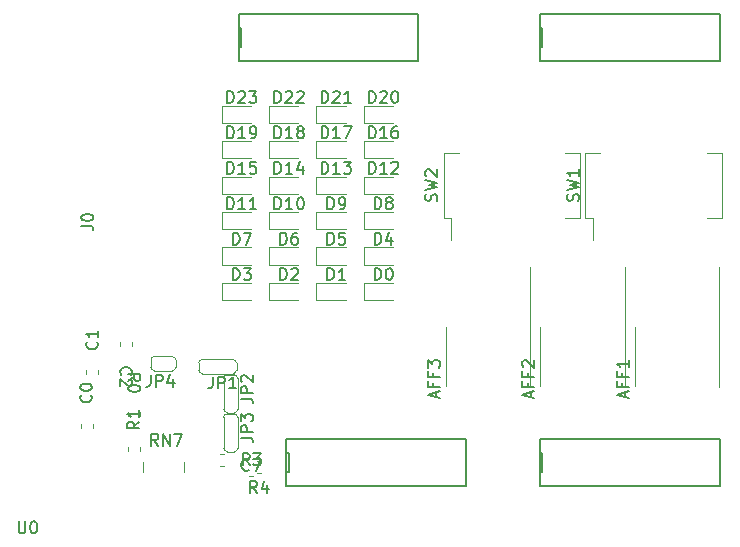
<source format=gbr>
G04 #@! TF.GenerationSoftware,KiCad,Pcbnew,(5.99.0-1662-g9db296991)*
G04 #@! TF.CreationDate,2020-05-15T17:50:03+05:30*
G04 #@! TF.ProjectId,Alchitry_IO_Shield,416c6368-6974-4727-995f-494f5f536869,rev?*
G04 #@! TF.SameCoordinates,Original*
G04 #@! TF.FileFunction,Legend,Top*
G04 #@! TF.FilePolarity,Positive*
%FSLAX46Y46*%
G04 Gerber Fmt 4.6, Leading zero omitted, Abs format (unit mm)*
G04 Created by KiCad (PCBNEW (5.99.0-1662-g9db296991)) date 2020-05-15 17:50:03*
%MOMM*%
%LPD*%
G01*
G04 APERTURE LIST*
%ADD10C,0.150000*%
%ADD11C,0.120000*%
%ADD12C,0.127000*%
G04 APERTURE END LIST*
D10*
X23416666Y-45052380D02*
X23416666Y-45766666D01*
X23369047Y-45909523D01*
X23273809Y-46004761D01*
X23130952Y-46052380D01*
X23035714Y-46052380D01*
X23892857Y-46052380D02*
X23892857Y-45052380D01*
X24273809Y-45052380D01*
X24369047Y-45100000D01*
X24416666Y-45147619D01*
X24464285Y-45242857D01*
X24464285Y-45385714D01*
X24416666Y-45480952D01*
X24369047Y-45528571D01*
X24273809Y-45576190D01*
X23892857Y-45576190D01*
X25321428Y-45385714D02*
X25321428Y-46052380D01*
X25083333Y-45004761D02*
X24845238Y-45719047D01*
X25464285Y-45719047D01*
X31052380Y-50383333D02*
X31766666Y-50383333D01*
X31909523Y-50430952D01*
X32004761Y-50526190D01*
X32052380Y-50669047D01*
X32052380Y-50764285D01*
X32052380Y-49907142D02*
X31052380Y-49907142D01*
X31052380Y-49526190D01*
X31100000Y-49430952D01*
X31147619Y-49383333D01*
X31242857Y-49335714D01*
X31385714Y-49335714D01*
X31480952Y-49383333D01*
X31528571Y-49430952D01*
X31576190Y-49526190D01*
X31576190Y-49907142D01*
X31052380Y-49002380D02*
X31052380Y-48383333D01*
X31433333Y-48716666D01*
X31433333Y-48573809D01*
X31480952Y-48478571D01*
X31528571Y-48430952D01*
X31623809Y-48383333D01*
X31861904Y-48383333D01*
X31957142Y-48430952D01*
X32004761Y-48478571D01*
X32052380Y-48573809D01*
X32052380Y-48859523D01*
X32004761Y-48954761D01*
X31957142Y-49002380D01*
X31052380Y-47083333D02*
X31766666Y-47083333D01*
X31909523Y-47130952D01*
X32004761Y-47226190D01*
X32052380Y-47369047D01*
X32052380Y-47464285D01*
X32052380Y-46607142D02*
X31052380Y-46607142D01*
X31052380Y-46226190D01*
X31100000Y-46130952D01*
X31147619Y-46083333D01*
X31242857Y-46035714D01*
X31385714Y-46035714D01*
X31480952Y-46083333D01*
X31528571Y-46130952D01*
X31576190Y-46226190D01*
X31576190Y-46607142D01*
X31147619Y-45654761D02*
X31100000Y-45607142D01*
X31052380Y-45511904D01*
X31052380Y-45273809D01*
X31100000Y-45178571D01*
X31147619Y-45130952D01*
X31242857Y-45083333D01*
X31338095Y-45083333D01*
X31480952Y-45130952D01*
X32052380Y-45702380D01*
X32052380Y-45083333D01*
X28666666Y-45202380D02*
X28666666Y-45916666D01*
X28619047Y-46059523D01*
X28523809Y-46154761D01*
X28380952Y-46202380D01*
X28285714Y-46202380D01*
X29142857Y-46202380D02*
X29142857Y-45202380D01*
X29523809Y-45202380D01*
X29619047Y-45250000D01*
X29666666Y-45297619D01*
X29714285Y-45392857D01*
X29714285Y-45535714D01*
X29666666Y-45630952D01*
X29619047Y-45678571D01*
X29523809Y-45726190D01*
X29142857Y-45726190D01*
X30666666Y-46202380D02*
X30095238Y-46202380D01*
X30380952Y-46202380D02*
X30380952Y-45202380D01*
X30285714Y-45345238D01*
X30190476Y-45440476D01*
X30095238Y-45488095D01*
X17552380Y-32433333D02*
X18266666Y-32433333D01*
X18409523Y-32480952D01*
X18504761Y-32576190D01*
X18552380Y-32719047D01*
X18552380Y-32814285D01*
X17552380Y-31766666D02*
X17552380Y-31671428D01*
X17600000Y-31576190D01*
X17647619Y-31528571D01*
X17742857Y-31480952D01*
X17933333Y-31433333D01*
X18171428Y-31433333D01*
X18361904Y-31480952D01*
X18457142Y-31528571D01*
X18504761Y-31576190D01*
X18552380Y-31671428D01*
X18552380Y-31766666D01*
X18504761Y-31861904D01*
X18457142Y-31909523D01*
X18361904Y-31957142D01*
X18171428Y-32004761D01*
X17933333Y-32004761D01*
X17742857Y-31957142D01*
X17647619Y-31909523D01*
X17600000Y-31861904D01*
X17552380Y-31766666D01*
X47629761Y-30333333D02*
X47677380Y-30190476D01*
X47677380Y-29952380D01*
X47629761Y-29857142D01*
X47582142Y-29809523D01*
X47486904Y-29761904D01*
X47391666Y-29761904D01*
X47296428Y-29809523D01*
X47248809Y-29857142D01*
X47201190Y-29952380D01*
X47153571Y-30142857D01*
X47105952Y-30238095D01*
X47058333Y-30285714D01*
X46963095Y-30333333D01*
X46867857Y-30333333D01*
X46772619Y-30285714D01*
X46725000Y-30238095D01*
X46677380Y-30142857D01*
X46677380Y-29904761D01*
X46725000Y-29761904D01*
X46677380Y-29428571D02*
X47677380Y-29190476D01*
X46963095Y-29000000D01*
X47677380Y-28809523D01*
X46677380Y-28571428D01*
X46772619Y-28238095D02*
X46725000Y-28190476D01*
X46677380Y-28095238D01*
X46677380Y-27857142D01*
X46725000Y-27761904D01*
X46772619Y-27714285D01*
X46867857Y-27666666D01*
X46963095Y-27666666D01*
X47105952Y-27714285D01*
X47677380Y-28285714D01*
X47677380Y-27666666D01*
X47606666Y-46961428D02*
X47606666Y-46485238D01*
X47892380Y-47056666D02*
X46892380Y-46723333D01*
X47892380Y-46390000D01*
X47368571Y-45723333D02*
X47368571Y-46056666D01*
X47892380Y-46056666D02*
X46892380Y-46056666D01*
X46892380Y-45580476D01*
X47368571Y-44866190D02*
X47368571Y-45199523D01*
X47892380Y-45199523D02*
X46892380Y-45199523D01*
X46892380Y-44723333D01*
X46892380Y-44437619D02*
X46892380Y-43818571D01*
X47273333Y-44151904D01*
X47273333Y-44009047D01*
X47320952Y-43913809D01*
X47368571Y-43866190D01*
X47463809Y-43818571D01*
X47701904Y-43818571D01*
X47797142Y-43866190D01*
X47844761Y-43913809D01*
X47892380Y-44009047D01*
X47892380Y-44294761D01*
X47844761Y-44390000D01*
X47797142Y-44437619D01*
X55606666Y-46961428D02*
X55606666Y-46485238D01*
X55892380Y-47056666D02*
X54892380Y-46723333D01*
X55892380Y-46390000D01*
X55368571Y-45723333D02*
X55368571Y-46056666D01*
X55892380Y-46056666D02*
X54892380Y-46056666D01*
X54892380Y-45580476D01*
X55368571Y-44866190D02*
X55368571Y-45199523D01*
X55892380Y-45199523D02*
X54892380Y-45199523D01*
X54892380Y-44723333D01*
X54987619Y-44390000D02*
X54940000Y-44342380D01*
X54892380Y-44247142D01*
X54892380Y-44009047D01*
X54940000Y-43913809D01*
X54987619Y-43866190D01*
X55082857Y-43818571D01*
X55178095Y-43818571D01*
X55320952Y-43866190D01*
X55892380Y-44437619D01*
X55892380Y-43818571D01*
X63606666Y-46961428D02*
X63606666Y-46485238D01*
X63892380Y-47056666D02*
X62892380Y-46723333D01*
X63892380Y-46390000D01*
X63368571Y-45723333D02*
X63368571Y-46056666D01*
X63892380Y-46056666D02*
X62892380Y-46056666D01*
X62892380Y-45580476D01*
X63368571Y-44866190D02*
X63368571Y-45199523D01*
X63892380Y-45199523D02*
X62892380Y-45199523D01*
X62892380Y-44723333D01*
X63892380Y-43818571D02*
X63892380Y-44390000D01*
X63892380Y-44104285D02*
X62892380Y-44104285D01*
X63035238Y-44199523D01*
X63130476Y-44294761D01*
X63178095Y-44390000D01*
X29910714Y-22022380D02*
X29910714Y-21022380D01*
X30148809Y-21022380D01*
X30291666Y-21070000D01*
X30386904Y-21165238D01*
X30434523Y-21260476D01*
X30482142Y-21450952D01*
X30482142Y-21593809D01*
X30434523Y-21784285D01*
X30386904Y-21879523D01*
X30291666Y-21974761D01*
X30148809Y-22022380D01*
X29910714Y-22022380D01*
X30863095Y-21117619D02*
X30910714Y-21070000D01*
X31005952Y-21022380D01*
X31244047Y-21022380D01*
X31339285Y-21070000D01*
X31386904Y-21117619D01*
X31434523Y-21212857D01*
X31434523Y-21308095D01*
X31386904Y-21450952D01*
X30815476Y-22022380D01*
X31434523Y-22022380D01*
X31767857Y-21022380D02*
X32386904Y-21022380D01*
X32053571Y-21403333D01*
X32196428Y-21403333D01*
X32291666Y-21450952D01*
X32339285Y-21498571D01*
X32386904Y-21593809D01*
X32386904Y-21831904D01*
X32339285Y-21927142D01*
X32291666Y-21974761D01*
X32196428Y-22022380D01*
X31910714Y-22022380D01*
X31815476Y-21974761D01*
X31767857Y-21927142D01*
X33910714Y-22022380D02*
X33910714Y-21022380D01*
X34148809Y-21022380D01*
X34291666Y-21070000D01*
X34386904Y-21165238D01*
X34434523Y-21260476D01*
X34482142Y-21450952D01*
X34482142Y-21593809D01*
X34434523Y-21784285D01*
X34386904Y-21879523D01*
X34291666Y-21974761D01*
X34148809Y-22022380D01*
X33910714Y-22022380D01*
X34863095Y-21117619D02*
X34910714Y-21070000D01*
X35005952Y-21022380D01*
X35244047Y-21022380D01*
X35339285Y-21070000D01*
X35386904Y-21117619D01*
X35434523Y-21212857D01*
X35434523Y-21308095D01*
X35386904Y-21450952D01*
X34815476Y-22022380D01*
X35434523Y-22022380D01*
X35815476Y-21117619D02*
X35863095Y-21070000D01*
X35958333Y-21022380D01*
X36196428Y-21022380D01*
X36291666Y-21070000D01*
X36339285Y-21117619D01*
X36386904Y-21212857D01*
X36386904Y-21308095D01*
X36339285Y-21450952D01*
X35767857Y-22022380D01*
X36386904Y-22022380D01*
X37910714Y-22022380D02*
X37910714Y-21022380D01*
X38148809Y-21022380D01*
X38291666Y-21070000D01*
X38386904Y-21165238D01*
X38434523Y-21260476D01*
X38482142Y-21450952D01*
X38482142Y-21593809D01*
X38434523Y-21784285D01*
X38386904Y-21879523D01*
X38291666Y-21974761D01*
X38148809Y-22022380D01*
X37910714Y-22022380D01*
X38863095Y-21117619D02*
X38910714Y-21070000D01*
X39005952Y-21022380D01*
X39244047Y-21022380D01*
X39339285Y-21070000D01*
X39386904Y-21117619D01*
X39434523Y-21212857D01*
X39434523Y-21308095D01*
X39386904Y-21450952D01*
X38815476Y-22022380D01*
X39434523Y-22022380D01*
X40386904Y-22022380D02*
X39815476Y-22022380D01*
X40101190Y-22022380D02*
X40101190Y-21022380D01*
X40005952Y-21165238D01*
X39910714Y-21260476D01*
X39815476Y-21308095D01*
X41910714Y-22022380D02*
X41910714Y-21022380D01*
X42148809Y-21022380D01*
X42291666Y-21070000D01*
X42386904Y-21165238D01*
X42434523Y-21260476D01*
X42482142Y-21450952D01*
X42482142Y-21593809D01*
X42434523Y-21784285D01*
X42386904Y-21879523D01*
X42291666Y-21974761D01*
X42148809Y-22022380D01*
X41910714Y-22022380D01*
X42863095Y-21117619D02*
X42910714Y-21070000D01*
X43005952Y-21022380D01*
X43244047Y-21022380D01*
X43339285Y-21070000D01*
X43386904Y-21117619D01*
X43434523Y-21212857D01*
X43434523Y-21308095D01*
X43386904Y-21450952D01*
X42815476Y-22022380D01*
X43434523Y-22022380D01*
X44053571Y-21022380D02*
X44148809Y-21022380D01*
X44244047Y-21070000D01*
X44291666Y-21117619D01*
X44339285Y-21212857D01*
X44386904Y-21403333D01*
X44386904Y-21641428D01*
X44339285Y-21831904D01*
X44291666Y-21927142D01*
X44244047Y-21974761D01*
X44148809Y-22022380D01*
X44053571Y-22022380D01*
X43958333Y-21974761D01*
X43910714Y-21927142D01*
X43863095Y-21831904D01*
X43815476Y-21641428D01*
X43815476Y-21403333D01*
X43863095Y-21212857D01*
X43910714Y-21117619D01*
X43958333Y-21070000D01*
X44053571Y-21022380D01*
X29910714Y-25022380D02*
X29910714Y-24022380D01*
X30148809Y-24022380D01*
X30291666Y-24070000D01*
X30386904Y-24165238D01*
X30434523Y-24260476D01*
X30482142Y-24450952D01*
X30482142Y-24593809D01*
X30434523Y-24784285D01*
X30386904Y-24879523D01*
X30291666Y-24974761D01*
X30148809Y-25022380D01*
X29910714Y-25022380D01*
X31434523Y-25022380D02*
X30863095Y-25022380D01*
X31148809Y-25022380D02*
X31148809Y-24022380D01*
X31053571Y-24165238D01*
X30958333Y-24260476D01*
X30863095Y-24308095D01*
X31910714Y-25022380D02*
X32101190Y-25022380D01*
X32196428Y-24974761D01*
X32244047Y-24927142D01*
X32339285Y-24784285D01*
X32386904Y-24593809D01*
X32386904Y-24212857D01*
X32339285Y-24117619D01*
X32291666Y-24070000D01*
X32196428Y-24022380D01*
X32005952Y-24022380D01*
X31910714Y-24070000D01*
X31863095Y-24117619D01*
X31815476Y-24212857D01*
X31815476Y-24450952D01*
X31863095Y-24546190D01*
X31910714Y-24593809D01*
X32005952Y-24641428D01*
X32196428Y-24641428D01*
X32291666Y-24593809D01*
X32339285Y-24546190D01*
X32386904Y-24450952D01*
X33910714Y-25022380D02*
X33910714Y-24022380D01*
X34148809Y-24022380D01*
X34291666Y-24070000D01*
X34386904Y-24165238D01*
X34434523Y-24260476D01*
X34482142Y-24450952D01*
X34482142Y-24593809D01*
X34434523Y-24784285D01*
X34386904Y-24879523D01*
X34291666Y-24974761D01*
X34148809Y-25022380D01*
X33910714Y-25022380D01*
X35434523Y-25022380D02*
X34863095Y-25022380D01*
X35148809Y-25022380D02*
X35148809Y-24022380D01*
X35053571Y-24165238D01*
X34958333Y-24260476D01*
X34863095Y-24308095D01*
X36005952Y-24450952D02*
X35910714Y-24403333D01*
X35863095Y-24355714D01*
X35815476Y-24260476D01*
X35815476Y-24212857D01*
X35863095Y-24117619D01*
X35910714Y-24070000D01*
X36005952Y-24022380D01*
X36196428Y-24022380D01*
X36291666Y-24070000D01*
X36339285Y-24117619D01*
X36386904Y-24212857D01*
X36386904Y-24260476D01*
X36339285Y-24355714D01*
X36291666Y-24403333D01*
X36196428Y-24450952D01*
X36005952Y-24450952D01*
X35910714Y-24498571D01*
X35863095Y-24546190D01*
X35815476Y-24641428D01*
X35815476Y-24831904D01*
X35863095Y-24927142D01*
X35910714Y-24974761D01*
X36005952Y-25022380D01*
X36196428Y-25022380D01*
X36291666Y-24974761D01*
X36339285Y-24927142D01*
X36386904Y-24831904D01*
X36386904Y-24641428D01*
X36339285Y-24546190D01*
X36291666Y-24498571D01*
X36196428Y-24450952D01*
X37910714Y-25022380D02*
X37910714Y-24022380D01*
X38148809Y-24022380D01*
X38291666Y-24070000D01*
X38386904Y-24165238D01*
X38434523Y-24260476D01*
X38482142Y-24450952D01*
X38482142Y-24593809D01*
X38434523Y-24784285D01*
X38386904Y-24879523D01*
X38291666Y-24974761D01*
X38148809Y-25022380D01*
X37910714Y-25022380D01*
X39434523Y-25022380D02*
X38863095Y-25022380D01*
X39148809Y-25022380D02*
X39148809Y-24022380D01*
X39053571Y-24165238D01*
X38958333Y-24260476D01*
X38863095Y-24308095D01*
X39767857Y-24022380D02*
X40434523Y-24022380D01*
X40005952Y-25022380D01*
X41910714Y-25022380D02*
X41910714Y-24022380D01*
X42148809Y-24022380D01*
X42291666Y-24070000D01*
X42386904Y-24165238D01*
X42434523Y-24260476D01*
X42482142Y-24450952D01*
X42482142Y-24593809D01*
X42434523Y-24784285D01*
X42386904Y-24879523D01*
X42291666Y-24974761D01*
X42148809Y-25022380D01*
X41910714Y-25022380D01*
X43434523Y-25022380D02*
X42863095Y-25022380D01*
X43148809Y-25022380D02*
X43148809Y-24022380D01*
X43053571Y-24165238D01*
X42958333Y-24260476D01*
X42863095Y-24308095D01*
X44291666Y-24022380D02*
X44101190Y-24022380D01*
X44005952Y-24070000D01*
X43958333Y-24117619D01*
X43863095Y-24260476D01*
X43815476Y-24450952D01*
X43815476Y-24831904D01*
X43863095Y-24927142D01*
X43910714Y-24974761D01*
X44005952Y-25022380D01*
X44196428Y-25022380D01*
X44291666Y-24974761D01*
X44339285Y-24927142D01*
X44386904Y-24831904D01*
X44386904Y-24593809D01*
X44339285Y-24498571D01*
X44291666Y-24450952D01*
X44196428Y-24403333D01*
X44005952Y-24403333D01*
X43910714Y-24450952D01*
X43863095Y-24498571D01*
X43815476Y-24593809D01*
X29910714Y-28022380D02*
X29910714Y-27022380D01*
X30148809Y-27022380D01*
X30291666Y-27070000D01*
X30386904Y-27165238D01*
X30434523Y-27260476D01*
X30482142Y-27450952D01*
X30482142Y-27593809D01*
X30434523Y-27784285D01*
X30386904Y-27879523D01*
X30291666Y-27974761D01*
X30148809Y-28022380D01*
X29910714Y-28022380D01*
X31434523Y-28022380D02*
X30863095Y-28022380D01*
X31148809Y-28022380D02*
X31148809Y-27022380D01*
X31053571Y-27165238D01*
X30958333Y-27260476D01*
X30863095Y-27308095D01*
X32339285Y-27022380D02*
X31863095Y-27022380D01*
X31815476Y-27498571D01*
X31863095Y-27450952D01*
X31958333Y-27403333D01*
X32196428Y-27403333D01*
X32291666Y-27450952D01*
X32339285Y-27498571D01*
X32386904Y-27593809D01*
X32386904Y-27831904D01*
X32339285Y-27927142D01*
X32291666Y-27974761D01*
X32196428Y-28022380D01*
X31958333Y-28022380D01*
X31863095Y-27974761D01*
X31815476Y-27927142D01*
X33910714Y-28022380D02*
X33910714Y-27022380D01*
X34148809Y-27022380D01*
X34291666Y-27070000D01*
X34386904Y-27165238D01*
X34434523Y-27260476D01*
X34482142Y-27450952D01*
X34482142Y-27593809D01*
X34434523Y-27784285D01*
X34386904Y-27879523D01*
X34291666Y-27974761D01*
X34148809Y-28022380D01*
X33910714Y-28022380D01*
X35434523Y-28022380D02*
X34863095Y-28022380D01*
X35148809Y-28022380D02*
X35148809Y-27022380D01*
X35053571Y-27165238D01*
X34958333Y-27260476D01*
X34863095Y-27308095D01*
X36291666Y-27355714D02*
X36291666Y-28022380D01*
X36053571Y-26974761D02*
X35815476Y-27689047D01*
X36434523Y-27689047D01*
X37910714Y-28022380D02*
X37910714Y-27022380D01*
X38148809Y-27022380D01*
X38291666Y-27070000D01*
X38386904Y-27165238D01*
X38434523Y-27260476D01*
X38482142Y-27450952D01*
X38482142Y-27593809D01*
X38434523Y-27784285D01*
X38386904Y-27879523D01*
X38291666Y-27974761D01*
X38148809Y-28022380D01*
X37910714Y-28022380D01*
X39434523Y-28022380D02*
X38863095Y-28022380D01*
X39148809Y-28022380D02*
X39148809Y-27022380D01*
X39053571Y-27165238D01*
X38958333Y-27260476D01*
X38863095Y-27308095D01*
X39767857Y-27022380D02*
X40386904Y-27022380D01*
X40053571Y-27403333D01*
X40196428Y-27403333D01*
X40291666Y-27450952D01*
X40339285Y-27498571D01*
X40386904Y-27593809D01*
X40386904Y-27831904D01*
X40339285Y-27927142D01*
X40291666Y-27974761D01*
X40196428Y-28022380D01*
X39910714Y-28022380D01*
X39815476Y-27974761D01*
X39767857Y-27927142D01*
X41910714Y-28022380D02*
X41910714Y-27022380D01*
X42148809Y-27022380D01*
X42291666Y-27070000D01*
X42386904Y-27165238D01*
X42434523Y-27260476D01*
X42482142Y-27450952D01*
X42482142Y-27593809D01*
X42434523Y-27784285D01*
X42386904Y-27879523D01*
X42291666Y-27974761D01*
X42148809Y-28022380D01*
X41910714Y-28022380D01*
X43434523Y-28022380D02*
X42863095Y-28022380D01*
X43148809Y-28022380D02*
X43148809Y-27022380D01*
X43053571Y-27165238D01*
X42958333Y-27260476D01*
X42863095Y-27308095D01*
X43815476Y-27117619D02*
X43863095Y-27070000D01*
X43958333Y-27022380D01*
X44196428Y-27022380D01*
X44291666Y-27070000D01*
X44339285Y-27117619D01*
X44386904Y-27212857D01*
X44386904Y-27308095D01*
X44339285Y-27450952D01*
X43767857Y-28022380D01*
X44386904Y-28022380D01*
X29910714Y-31022380D02*
X29910714Y-30022380D01*
X30148809Y-30022380D01*
X30291666Y-30070000D01*
X30386904Y-30165238D01*
X30434523Y-30260476D01*
X30482142Y-30450952D01*
X30482142Y-30593809D01*
X30434523Y-30784285D01*
X30386904Y-30879523D01*
X30291666Y-30974761D01*
X30148809Y-31022380D01*
X29910714Y-31022380D01*
X31434523Y-31022380D02*
X30863095Y-31022380D01*
X31148809Y-31022380D02*
X31148809Y-30022380D01*
X31053571Y-30165238D01*
X30958333Y-30260476D01*
X30863095Y-30308095D01*
X32386904Y-31022380D02*
X31815476Y-31022380D01*
X32101190Y-31022380D02*
X32101190Y-30022380D01*
X32005952Y-30165238D01*
X31910714Y-30260476D01*
X31815476Y-30308095D01*
X33910714Y-31022380D02*
X33910714Y-30022380D01*
X34148809Y-30022380D01*
X34291666Y-30070000D01*
X34386904Y-30165238D01*
X34434523Y-30260476D01*
X34482142Y-30450952D01*
X34482142Y-30593809D01*
X34434523Y-30784285D01*
X34386904Y-30879523D01*
X34291666Y-30974761D01*
X34148809Y-31022380D01*
X33910714Y-31022380D01*
X35434523Y-31022380D02*
X34863095Y-31022380D01*
X35148809Y-31022380D02*
X35148809Y-30022380D01*
X35053571Y-30165238D01*
X34958333Y-30260476D01*
X34863095Y-30308095D01*
X36053571Y-30022380D02*
X36148809Y-30022380D01*
X36244047Y-30070000D01*
X36291666Y-30117619D01*
X36339285Y-30212857D01*
X36386904Y-30403333D01*
X36386904Y-30641428D01*
X36339285Y-30831904D01*
X36291666Y-30927142D01*
X36244047Y-30974761D01*
X36148809Y-31022380D01*
X36053571Y-31022380D01*
X35958333Y-30974761D01*
X35910714Y-30927142D01*
X35863095Y-30831904D01*
X35815476Y-30641428D01*
X35815476Y-30403333D01*
X35863095Y-30212857D01*
X35910714Y-30117619D01*
X35958333Y-30070000D01*
X36053571Y-30022380D01*
X38386904Y-31022380D02*
X38386904Y-30022380D01*
X38625000Y-30022380D01*
X38767857Y-30070000D01*
X38863095Y-30165238D01*
X38910714Y-30260476D01*
X38958333Y-30450952D01*
X38958333Y-30593809D01*
X38910714Y-30784285D01*
X38863095Y-30879523D01*
X38767857Y-30974761D01*
X38625000Y-31022380D01*
X38386904Y-31022380D01*
X39434523Y-31022380D02*
X39625000Y-31022380D01*
X39720238Y-30974761D01*
X39767857Y-30927142D01*
X39863095Y-30784285D01*
X39910714Y-30593809D01*
X39910714Y-30212857D01*
X39863095Y-30117619D01*
X39815476Y-30070000D01*
X39720238Y-30022380D01*
X39529761Y-30022380D01*
X39434523Y-30070000D01*
X39386904Y-30117619D01*
X39339285Y-30212857D01*
X39339285Y-30450952D01*
X39386904Y-30546190D01*
X39434523Y-30593809D01*
X39529761Y-30641428D01*
X39720238Y-30641428D01*
X39815476Y-30593809D01*
X39863095Y-30546190D01*
X39910714Y-30450952D01*
X42386904Y-31022380D02*
X42386904Y-30022380D01*
X42625000Y-30022380D01*
X42767857Y-30070000D01*
X42863095Y-30165238D01*
X42910714Y-30260476D01*
X42958333Y-30450952D01*
X42958333Y-30593809D01*
X42910714Y-30784285D01*
X42863095Y-30879523D01*
X42767857Y-30974761D01*
X42625000Y-31022380D01*
X42386904Y-31022380D01*
X43529761Y-30450952D02*
X43434523Y-30403333D01*
X43386904Y-30355714D01*
X43339285Y-30260476D01*
X43339285Y-30212857D01*
X43386904Y-30117619D01*
X43434523Y-30070000D01*
X43529761Y-30022380D01*
X43720238Y-30022380D01*
X43815476Y-30070000D01*
X43863095Y-30117619D01*
X43910714Y-30212857D01*
X43910714Y-30260476D01*
X43863095Y-30355714D01*
X43815476Y-30403333D01*
X43720238Y-30450952D01*
X43529761Y-30450952D01*
X43434523Y-30498571D01*
X43386904Y-30546190D01*
X43339285Y-30641428D01*
X43339285Y-30831904D01*
X43386904Y-30927142D01*
X43434523Y-30974761D01*
X43529761Y-31022380D01*
X43720238Y-31022380D01*
X43815476Y-30974761D01*
X43863095Y-30927142D01*
X43910714Y-30831904D01*
X43910714Y-30641428D01*
X43863095Y-30546190D01*
X43815476Y-30498571D01*
X43720238Y-30450952D01*
X30386904Y-34022380D02*
X30386904Y-33022380D01*
X30625000Y-33022380D01*
X30767857Y-33070000D01*
X30863095Y-33165238D01*
X30910714Y-33260476D01*
X30958333Y-33450952D01*
X30958333Y-33593809D01*
X30910714Y-33784285D01*
X30863095Y-33879523D01*
X30767857Y-33974761D01*
X30625000Y-34022380D01*
X30386904Y-34022380D01*
X31291666Y-33022380D02*
X31958333Y-33022380D01*
X31529761Y-34022380D01*
X34386904Y-34022380D02*
X34386904Y-33022380D01*
X34625000Y-33022380D01*
X34767857Y-33070000D01*
X34863095Y-33165238D01*
X34910714Y-33260476D01*
X34958333Y-33450952D01*
X34958333Y-33593809D01*
X34910714Y-33784285D01*
X34863095Y-33879523D01*
X34767857Y-33974761D01*
X34625000Y-34022380D01*
X34386904Y-34022380D01*
X35815476Y-33022380D02*
X35625000Y-33022380D01*
X35529761Y-33070000D01*
X35482142Y-33117619D01*
X35386904Y-33260476D01*
X35339285Y-33450952D01*
X35339285Y-33831904D01*
X35386904Y-33927142D01*
X35434523Y-33974761D01*
X35529761Y-34022380D01*
X35720238Y-34022380D01*
X35815476Y-33974761D01*
X35863095Y-33927142D01*
X35910714Y-33831904D01*
X35910714Y-33593809D01*
X35863095Y-33498571D01*
X35815476Y-33450952D01*
X35720238Y-33403333D01*
X35529761Y-33403333D01*
X35434523Y-33450952D01*
X35386904Y-33498571D01*
X35339285Y-33593809D01*
X38386904Y-34022380D02*
X38386904Y-33022380D01*
X38625000Y-33022380D01*
X38767857Y-33070000D01*
X38863095Y-33165238D01*
X38910714Y-33260476D01*
X38958333Y-33450952D01*
X38958333Y-33593809D01*
X38910714Y-33784285D01*
X38863095Y-33879523D01*
X38767857Y-33974761D01*
X38625000Y-34022380D01*
X38386904Y-34022380D01*
X39863095Y-33022380D02*
X39386904Y-33022380D01*
X39339285Y-33498571D01*
X39386904Y-33450952D01*
X39482142Y-33403333D01*
X39720238Y-33403333D01*
X39815476Y-33450952D01*
X39863095Y-33498571D01*
X39910714Y-33593809D01*
X39910714Y-33831904D01*
X39863095Y-33927142D01*
X39815476Y-33974761D01*
X39720238Y-34022380D01*
X39482142Y-34022380D01*
X39386904Y-33974761D01*
X39339285Y-33927142D01*
X42386904Y-34022380D02*
X42386904Y-33022380D01*
X42625000Y-33022380D01*
X42767857Y-33070000D01*
X42863095Y-33165238D01*
X42910714Y-33260476D01*
X42958333Y-33450952D01*
X42958333Y-33593809D01*
X42910714Y-33784285D01*
X42863095Y-33879523D01*
X42767857Y-33974761D01*
X42625000Y-34022380D01*
X42386904Y-34022380D01*
X43815476Y-33355714D02*
X43815476Y-34022380D01*
X43577380Y-32974761D02*
X43339285Y-33689047D01*
X43958333Y-33689047D01*
X30386904Y-37022380D02*
X30386904Y-36022380D01*
X30625000Y-36022380D01*
X30767857Y-36070000D01*
X30863095Y-36165238D01*
X30910714Y-36260476D01*
X30958333Y-36450952D01*
X30958333Y-36593809D01*
X30910714Y-36784285D01*
X30863095Y-36879523D01*
X30767857Y-36974761D01*
X30625000Y-37022380D01*
X30386904Y-37022380D01*
X31291666Y-36022380D02*
X31910714Y-36022380D01*
X31577380Y-36403333D01*
X31720238Y-36403333D01*
X31815476Y-36450952D01*
X31863095Y-36498571D01*
X31910714Y-36593809D01*
X31910714Y-36831904D01*
X31863095Y-36927142D01*
X31815476Y-36974761D01*
X31720238Y-37022380D01*
X31434523Y-37022380D01*
X31339285Y-36974761D01*
X31291666Y-36927142D01*
X34386904Y-37022380D02*
X34386904Y-36022380D01*
X34625000Y-36022380D01*
X34767857Y-36070000D01*
X34863095Y-36165238D01*
X34910714Y-36260476D01*
X34958333Y-36450952D01*
X34958333Y-36593809D01*
X34910714Y-36784285D01*
X34863095Y-36879523D01*
X34767857Y-36974761D01*
X34625000Y-37022380D01*
X34386904Y-37022380D01*
X35339285Y-36117619D02*
X35386904Y-36070000D01*
X35482142Y-36022380D01*
X35720238Y-36022380D01*
X35815476Y-36070000D01*
X35863095Y-36117619D01*
X35910714Y-36212857D01*
X35910714Y-36308095D01*
X35863095Y-36450952D01*
X35291666Y-37022380D01*
X35910714Y-37022380D01*
X38386904Y-37022380D02*
X38386904Y-36022380D01*
X38625000Y-36022380D01*
X38767857Y-36070000D01*
X38863095Y-36165238D01*
X38910714Y-36260476D01*
X38958333Y-36450952D01*
X38958333Y-36593809D01*
X38910714Y-36784285D01*
X38863095Y-36879523D01*
X38767857Y-36974761D01*
X38625000Y-37022380D01*
X38386904Y-37022380D01*
X39910714Y-37022380D02*
X39339285Y-37022380D01*
X39625000Y-37022380D02*
X39625000Y-36022380D01*
X39529761Y-36165238D01*
X39434523Y-36260476D01*
X39339285Y-36308095D01*
X42386904Y-37022380D02*
X42386904Y-36022380D01*
X42625000Y-36022380D01*
X42767857Y-36070000D01*
X42863095Y-36165238D01*
X42910714Y-36260476D01*
X42958333Y-36450952D01*
X42958333Y-36593809D01*
X42910714Y-36784285D01*
X42863095Y-36879523D01*
X42767857Y-36974761D01*
X42625000Y-37022380D01*
X42386904Y-37022380D01*
X43577380Y-36022380D02*
X43672619Y-36022380D01*
X43767857Y-36070000D01*
X43815476Y-36117619D01*
X43863095Y-36212857D01*
X43910714Y-36403333D01*
X43910714Y-36641428D01*
X43863095Y-36831904D01*
X43815476Y-36927142D01*
X43767857Y-36974761D01*
X43672619Y-37022380D01*
X43577380Y-37022380D01*
X43482142Y-36974761D01*
X43434523Y-36927142D01*
X43386904Y-36831904D01*
X43339285Y-36641428D01*
X43339285Y-36403333D01*
X43386904Y-36212857D01*
X43434523Y-36117619D01*
X43482142Y-36070000D01*
X43577380Y-36022380D01*
X12238095Y-57452380D02*
X12238095Y-58261904D01*
X12285714Y-58357142D01*
X12333333Y-58404761D01*
X12428571Y-58452380D01*
X12619047Y-58452380D01*
X12714285Y-58404761D01*
X12761904Y-58357142D01*
X12809523Y-58261904D01*
X12809523Y-57452380D01*
X13476190Y-57452380D02*
X13571428Y-57452380D01*
X13666666Y-57500000D01*
X13714285Y-57547619D01*
X13761904Y-57642857D01*
X13809523Y-57833333D01*
X13809523Y-58071428D01*
X13761904Y-58261904D01*
X13714285Y-58357142D01*
X13666666Y-58404761D01*
X13571428Y-58452380D01*
X13476190Y-58452380D01*
X13380952Y-58404761D01*
X13333333Y-58357142D01*
X13285714Y-58261904D01*
X13238095Y-58071428D01*
X13238095Y-57833333D01*
X13285714Y-57642857D01*
X13333333Y-57547619D01*
X13380952Y-57500000D01*
X13476190Y-57452380D01*
X59629761Y-30333333D02*
X59677380Y-30190476D01*
X59677380Y-29952380D01*
X59629761Y-29857142D01*
X59582142Y-29809523D01*
X59486904Y-29761904D01*
X59391666Y-29761904D01*
X59296428Y-29809523D01*
X59248809Y-29857142D01*
X59201190Y-29952380D01*
X59153571Y-30142857D01*
X59105952Y-30238095D01*
X59058333Y-30285714D01*
X58963095Y-30333333D01*
X58867857Y-30333333D01*
X58772619Y-30285714D01*
X58725000Y-30238095D01*
X58677380Y-30142857D01*
X58677380Y-29904761D01*
X58725000Y-29761904D01*
X58677380Y-29428571D02*
X59677380Y-29190476D01*
X58963095Y-29000000D01*
X59677380Y-28809523D01*
X58677380Y-28571428D01*
X59677380Y-27666666D02*
X59677380Y-28238095D01*
X59677380Y-27952380D02*
X58677380Y-27952380D01*
X58820238Y-28047619D01*
X58915476Y-28142857D01*
X58963095Y-28238095D01*
X24059523Y-51052380D02*
X23726190Y-50576190D01*
X23488095Y-51052380D02*
X23488095Y-50052380D01*
X23869047Y-50052380D01*
X23964285Y-50100000D01*
X24011904Y-50147619D01*
X24059523Y-50242857D01*
X24059523Y-50385714D01*
X24011904Y-50480952D01*
X23964285Y-50528571D01*
X23869047Y-50576190D01*
X23488095Y-50576190D01*
X24488095Y-51052380D02*
X24488095Y-50052380D01*
X25059523Y-51052380D01*
X25059523Y-50052380D01*
X25440476Y-50052380D02*
X26107142Y-50052380D01*
X25678571Y-51052380D01*
X32433333Y-55052380D02*
X32100000Y-54576190D01*
X31861904Y-55052380D02*
X31861904Y-54052380D01*
X32242857Y-54052380D01*
X32338095Y-54100000D01*
X32385714Y-54147619D01*
X32433333Y-54242857D01*
X32433333Y-54385714D01*
X32385714Y-54480952D01*
X32338095Y-54528571D01*
X32242857Y-54576190D01*
X31861904Y-54576190D01*
X33290476Y-54385714D02*
X33290476Y-55052380D01*
X33052380Y-54004761D02*
X32814285Y-54719047D01*
X33433333Y-54719047D01*
X31795833Y-52702380D02*
X31462500Y-52226190D01*
X31224404Y-52702380D02*
X31224404Y-51702380D01*
X31605357Y-51702380D01*
X31700595Y-51750000D01*
X31748214Y-51797619D01*
X31795833Y-51892857D01*
X31795833Y-52035714D01*
X31748214Y-52130952D01*
X31700595Y-52178571D01*
X31605357Y-52226190D01*
X31224404Y-52226190D01*
X32129166Y-51702380D02*
X32748214Y-51702380D01*
X32414880Y-52083333D01*
X32557738Y-52083333D01*
X32652976Y-52130952D01*
X32700595Y-52178571D01*
X32748214Y-52273809D01*
X32748214Y-52511904D01*
X32700595Y-52607142D01*
X32652976Y-52654761D01*
X32557738Y-52702380D01*
X32272023Y-52702380D01*
X32176785Y-52654761D01*
X32129166Y-52607142D01*
X22452380Y-49016666D02*
X21976190Y-49350000D01*
X22452380Y-49588095D02*
X21452380Y-49588095D01*
X21452380Y-49207142D01*
X21500000Y-49111904D01*
X21547619Y-49064285D01*
X21642857Y-49016666D01*
X21785714Y-49016666D01*
X21880952Y-49064285D01*
X21928571Y-49111904D01*
X21976190Y-49207142D01*
X21976190Y-49588095D01*
X22452380Y-48064285D02*
X22452380Y-48635714D01*
X22452380Y-48350000D02*
X21452380Y-48350000D01*
X21595238Y-48445238D01*
X21690476Y-48540476D01*
X21738095Y-48635714D01*
X21547619Y-45558333D02*
X22023809Y-45225000D01*
X21547619Y-44986904D02*
X22547619Y-44986904D01*
X22547619Y-45367857D01*
X22500000Y-45463095D01*
X22452380Y-45510714D01*
X22357142Y-45558333D01*
X22214285Y-45558333D01*
X22119047Y-45510714D01*
X22071428Y-45463095D01*
X22023809Y-45367857D01*
X22023809Y-44986904D01*
X22547619Y-46177380D02*
X22547619Y-46272619D01*
X22500000Y-46367857D01*
X22452380Y-46415476D01*
X22357142Y-46463095D01*
X22166666Y-46510714D01*
X21928571Y-46510714D01*
X21738095Y-46463095D01*
X21642857Y-46415476D01*
X21595238Y-46367857D01*
X21547619Y-46272619D01*
X21547619Y-46177380D01*
X21595238Y-46082142D01*
X21642857Y-46034523D01*
X21738095Y-45986904D01*
X21928571Y-45939285D01*
X22166666Y-45939285D01*
X22357142Y-45986904D01*
X22452380Y-46034523D01*
X22500000Y-46082142D01*
X22547619Y-46177380D01*
X31733333Y-53077142D02*
X31685714Y-53124761D01*
X31542857Y-53172380D01*
X31447619Y-53172380D01*
X31304761Y-53124761D01*
X31209523Y-53029523D01*
X31161904Y-52934285D01*
X31114285Y-52743809D01*
X31114285Y-52600952D01*
X31161904Y-52410476D01*
X31209523Y-52315238D01*
X31304761Y-52220000D01*
X31447619Y-52172380D01*
X31542857Y-52172380D01*
X31685714Y-52220000D01*
X31733333Y-52267619D01*
X32066666Y-52172380D02*
X32733333Y-52172380D01*
X32304761Y-53172380D01*
X20942857Y-45033333D02*
X20895238Y-44985714D01*
X20847619Y-44842857D01*
X20847619Y-44747619D01*
X20895238Y-44604761D01*
X20990476Y-44509523D01*
X21085714Y-44461904D01*
X21276190Y-44414285D01*
X21419047Y-44414285D01*
X21609523Y-44461904D01*
X21704761Y-44509523D01*
X21800000Y-44604761D01*
X21847619Y-44747619D01*
X21847619Y-44842857D01*
X21800000Y-44985714D01*
X21752380Y-45033333D01*
X21752380Y-45414285D02*
X21800000Y-45461904D01*
X21847619Y-45557142D01*
X21847619Y-45795238D01*
X21800000Y-45890476D01*
X21752380Y-45938095D01*
X21657142Y-45985714D01*
X21561904Y-45985714D01*
X21419047Y-45938095D01*
X20847619Y-45366666D01*
X20847619Y-45985714D01*
X18857142Y-42266666D02*
X18904761Y-42314285D01*
X18952380Y-42457142D01*
X18952380Y-42552380D01*
X18904761Y-42695238D01*
X18809523Y-42790476D01*
X18714285Y-42838095D01*
X18523809Y-42885714D01*
X18380952Y-42885714D01*
X18190476Y-42838095D01*
X18095238Y-42790476D01*
X18000000Y-42695238D01*
X17952380Y-42552380D01*
X17952380Y-42457142D01*
X18000000Y-42314285D01*
X18047619Y-42266666D01*
X18952380Y-41314285D02*
X18952380Y-41885714D01*
X18952380Y-41600000D02*
X17952380Y-41600000D01*
X18095238Y-41695238D01*
X18190476Y-41790476D01*
X18238095Y-41885714D01*
X18357142Y-46766666D02*
X18404761Y-46814285D01*
X18452380Y-46957142D01*
X18452380Y-47052380D01*
X18404761Y-47195238D01*
X18309523Y-47290476D01*
X18214285Y-47338095D01*
X18023809Y-47385714D01*
X17880952Y-47385714D01*
X17690476Y-47338095D01*
X17595238Y-47290476D01*
X17500000Y-47195238D01*
X17452380Y-47052380D01*
X17452380Y-46957142D01*
X17500000Y-46814285D01*
X17547619Y-46766666D01*
X17452380Y-46147619D02*
X17452380Y-46052380D01*
X17500000Y-45957142D01*
X17547619Y-45909523D01*
X17642857Y-45861904D01*
X17833333Y-45814285D01*
X18071428Y-45814285D01*
X18261904Y-45861904D01*
X18357142Y-45909523D01*
X18404761Y-45957142D01*
X18452380Y-46052380D01*
X18452380Y-46147619D01*
X18404761Y-46242857D01*
X18357142Y-46290476D01*
X18261904Y-46338095D01*
X18071428Y-46385714D01*
X17833333Y-46385714D01*
X17642857Y-46338095D01*
X17547619Y-46290476D01*
X17500000Y-46242857D01*
X17452380Y-46147619D01*
D11*
X23740000Y-43500000D02*
X25250000Y-43500000D01*
X25550000Y-43800000D02*
X25550000Y-44400000D01*
X25250000Y-44700000D02*
X23740000Y-44700000D01*
X23440000Y-44400000D02*
X23440000Y-43800000D01*
X25250000Y-43500000D02*
G75*
G02*
X25550000Y-43800000I0J-300000D01*
G01*
X23740000Y-44700000D02*
G75*
G02*
X23440000Y-44400000I0J300000D01*
G01*
X25550000Y-44400000D02*
G75*
G02*
X25250000Y-44700000I-300000J0D01*
G01*
X23440000Y-43800000D02*
G75*
G02*
X23740000Y-43500000I300000J0D01*
G01*
X30800000Y-48650000D02*
X30800000Y-51250000D01*
X30500000Y-51550000D02*
X29900000Y-51550000D01*
X29600000Y-51250000D02*
X29600000Y-48650000D01*
X29900000Y-48350000D02*
X30500000Y-48350000D01*
X30800000Y-51250000D02*
G75*
G02*
X30500000Y-51550000I-300000J0D01*
G01*
X29600000Y-48650000D02*
G75*
G02*
X29900000Y-48350000I300000J0D01*
G01*
X29900000Y-51550000D02*
G75*
G02*
X29600000Y-51250000I0J300000D01*
G01*
X30500000Y-48350000D02*
G75*
G02*
X30800000Y-48650000I0J-300000D01*
G01*
X30800000Y-45350000D02*
X30800000Y-47950000D01*
X30500000Y-48250000D02*
X29900000Y-48250000D01*
X29600000Y-47950000D02*
X29600000Y-45350000D01*
X29900000Y-45050000D02*
X30500000Y-45050000D01*
X30800000Y-47950000D02*
G75*
G02*
X30500000Y-48250000I-300000J0D01*
G01*
X29600000Y-45350000D02*
G75*
G02*
X29900000Y-45050000I300000J0D01*
G01*
X29900000Y-48250000D02*
G75*
G02*
X29600000Y-47950000I0J300000D01*
G01*
X30500000Y-45050000D02*
G75*
G02*
X30800000Y-45350000I0J-300000D01*
G01*
X30400000Y-44950000D02*
X27800000Y-44950000D01*
X27500000Y-44650000D02*
X27500000Y-44050000D01*
X27800000Y-43750000D02*
X30400000Y-43750000D01*
X30700000Y-44050000D02*
X30700000Y-44650000D01*
X27800000Y-44950000D02*
G75*
G02*
X27500000Y-44650000I0J300000D01*
G01*
X30400000Y-43750000D02*
G75*
G02*
X30700000Y-44050000I0J-300000D01*
G01*
X27500000Y-44050000D02*
G75*
G02*
X27800000Y-43750000I300000J0D01*
G01*
X30700000Y-44650000D02*
G75*
G02*
X30400000Y-44950000I-300000J0D01*
G01*
X59775000Y-31760000D02*
X59775000Y-26240000D01*
X48875000Y-33610000D02*
X48875000Y-31760000D01*
X48225000Y-31760000D02*
X48875000Y-31760000D01*
X48225000Y-31760000D02*
X48225000Y-26240000D01*
X48225000Y-26240000D02*
X49494000Y-26240000D01*
X58505000Y-31760000D02*
X59775000Y-31760000D01*
X58505000Y-26240000D02*
X59775000Y-26240000D01*
X48430000Y-46000000D02*
X48430000Y-41000000D01*
X55570000Y-35940000D02*
X55570000Y-46060000D01*
X56430000Y-46000000D02*
X56430000Y-41000000D01*
X63570000Y-35940000D02*
X63570000Y-46060000D01*
X64430000Y-46000000D02*
X64430000Y-41000000D01*
X71570000Y-35940000D02*
X71570000Y-46060000D01*
X31925000Y-22265000D02*
X29465000Y-22265000D01*
X29465000Y-22265000D02*
X29465000Y-23735000D01*
X29465000Y-23735000D02*
X31925000Y-23735000D01*
X35925000Y-22265000D02*
X33465000Y-22265000D01*
X33465000Y-22265000D02*
X33465000Y-23735000D01*
X33465000Y-23735000D02*
X35925000Y-23735000D01*
X39925000Y-22265000D02*
X37465000Y-22265000D01*
X37465000Y-22265000D02*
X37465000Y-23735000D01*
X37465000Y-23735000D02*
X39925000Y-23735000D01*
X43925000Y-22265000D02*
X41465000Y-22265000D01*
X41465000Y-22265000D02*
X41465000Y-23735000D01*
X41465000Y-23735000D02*
X43925000Y-23735000D01*
X31925000Y-25265000D02*
X29465000Y-25265000D01*
X29465000Y-25265000D02*
X29465000Y-26735000D01*
X29465000Y-26735000D02*
X31925000Y-26735000D01*
X35925000Y-25265000D02*
X33465000Y-25265000D01*
X33465000Y-25265000D02*
X33465000Y-26735000D01*
X33465000Y-26735000D02*
X35925000Y-26735000D01*
X39925000Y-25265000D02*
X37465000Y-25265000D01*
X37465000Y-25265000D02*
X37465000Y-26735000D01*
X37465000Y-26735000D02*
X39925000Y-26735000D01*
X43925000Y-25265000D02*
X41465000Y-25265000D01*
X41465000Y-25265000D02*
X41465000Y-26735000D01*
X41465000Y-26735000D02*
X43925000Y-26735000D01*
X31925000Y-28265000D02*
X29465000Y-28265000D01*
X29465000Y-28265000D02*
X29465000Y-29735000D01*
X29465000Y-29735000D02*
X31925000Y-29735000D01*
X35925000Y-28265000D02*
X33465000Y-28265000D01*
X33465000Y-28265000D02*
X33465000Y-29735000D01*
X33465000Y-29735000D02*
X35925000Y-29735000D01*
X39925000Y-28265000D02*
X37465000Y-28265000D01*
X37465000Y-28265000D02*
X37465000Y-29735000D01*
X37465000Y-29735000D02*
X39925000Y-29735000D01*
X43925000Y-28265000D02*
X41465000Y-28265000D01*
X41465000Y-28265000D02*
X41465000Y-29735000D01*
X41465000Y-29735000D02*
X43925000Y-29735000D01*
X31925000Y-31265000D02*
X29465000Y-31265000D01*
X29465000Y-31265000D02*
X29465000Y-32735000D01*
X29465000Y-32735000D02*
X31925000Y-32735000D01*
X35925000Y-31265000D02*
X33465000Y-31265000D01*
X33465000Y-31265000D02*
X33465000Y-32735000D01*
X33465000Y-32735000D02*
X35925000Y-32735000D01*
X39925000Y-31265000D02*
X37465000Y-31265000D01*
X37465000Y-31265000D02*
X37465000Y-32735000D01*
X37465000Y-32735000D02*
X39925000Y-32735000D01*
X43925000Y-31265000D02*
X41465000Y-31265000D01*
X41465000Y-31265000D02*
X41465000Y-32735000D01*
X41465000Y-32735000D02*
X43925000Y-32735000D01*
X31925000Y-34265000D02*
X29465000Y-34265000D01*
X29465000Y-34265000D02*
X29465000Y-35735000D01*
X29465000Y-35735000D02*
X31925000Y-35735000D01*
X35925000Y-34265000D02*
X33465000Y-34265000D01*
X33465000Y-34265000D02*
X33465000Y-35735000D01*
X33465000Y-35735000D02*
X35925000Y-35735000D01*
X39925000Y-34265000D02*
X37465000Y-34265000D01*
X37465000Y-34265000D02*
X37465000Y-35735000D01*
X37465000Y-35735000D02*
X39925000Y-35735000D01*
X43925000Y-34265000D02*
X41465000Y-34265000D01*
X41465000Y-34265000D02*
X41465000Y-35735000D01*
X41465000Y-35735000D02*
X43925000Y-35735000D01*
X31925000Y-37265000D02*
X29465000Y-37265000D01*
X29465000Y-37265000D02*
X29465000Y-38735000D01*
X29465000Y-38735000D02*
X31925000Y-38735000D01*
X35925000Y-37265000D02*
X33465000Y-37265000D01*
X33465000Y-37265000D02*
X33465000Y-38735000D01*
X33465000Y-38735000D02*
X35925000Y-38735000D01*
X39925000Y-37265000D02*
X37465000Y-37265000D01*
X37465000Y-37265000D02*
X37465000Y-38735000D01*
X37465000Y-38735000D02*
X39925000Y-38735000D01*
X43925000Y-37265000D02*
X41465000Y-37265000D01*
X41465000Y-37265000D02*
X41465000Y-38735000D01*
X41465000Y-38735000D02*
X43925000Y-38735000D01*
D12*
X50100000Y-50500000D02*
X50100000Y-54500000D01*
X56600000Y-51700000D02*
X56400000Y-51700000D01*
X34900000Y-53300000D02*
X34900000Y-51700000D01*
X34900000Y-51700000D02*
X34900000Y-50500000D01*
X50100000Y-54500000D02*
X34900000Y-54500000D01*
X71600000Y-18500000D02*
X56400000Y-18500000D01*
X56400000Y-15700000D02*
X56400000Y-14500000D01*
X56400000Y-51700000D02*
X56400000Y-50500000D01*
X56400000Y-53300000D02*
X56600000Y-53300000D01*
X71600000Y-14500000D02*
X71600000Y-18500000D01*
X34900000Y-54500000D02*
X34900000Y-53300000D01*
X71600000Y-50500000D02*
X71600000Y-54500000D01*
X35100000Y-53300000D02*
X35100000Y-51700000D01*
X56400000Y-53300000D02*
X56400000Y-51700000D01*
X56600000Y-53300000D02*
X56600000Y-51700000D01*
X56400000Y-54500000D02*
X56400000Y-53300000D01*
X56400000Y-17300000D02*
X56400000Y-15700000D01*
X56400000Y-18500000D02*
X56400000Y-17300000D01*
X56400000Y-50500000D02*
X71600000Y-50500000D01*
X71600000Y-54500000D02*
X56400000Y-54500000D01*
X56400000Y-14500000D02*
X71600000Y-14500000D01*
X34900000Y-50500000D02*
X50100000Y-50500000D01*
X35100000Y-51700000D02*
X34900000Y-51700000D01*
X34900000Y-53300000D02*
X35100000Y-53300000D01*
X56400000Y-17300000D02*
X56600000Y-17300000D01*
X56600000Y-15700000D02*
X56400000Y-15700000D01*
X30900000Y-18500000D02*
X30900000Y-17300000D01*
X30900000Y-14500000D02*
X46100000Y-14500000D01*
X31100000Y-17300000D02*
X31100000Y-15700000D01*
X30900000Y-17300000D02*
X31100000Y-17300000D01*
X56600000Y-17300000D02*
X56600000Y-15700000D01*
X46100000Y-18500000D02*
X30900000Y-18500000D01*
X30900000Y-15700000D02*
X30900000Y-14500000D01*
X30900000Y-17300000D02*
X30900000Y-15700000D01*
X46100000Y-14500000D02*
X46100000Y-18500000D01*
X31100000Y-15700000D02*
X30900000Y-15700000D01*
D11*
X71775000Y-31760000D02*
X71775000Y-26240000D01*
X60875000Y-33610000D02*
X60875000Y-31760000D01*
X60225000Y-31760000D02*
X60875000Y-31760000D01*
X60225000Y-31760000D02*
X60225000Y-26240000D01*
X60225000Y-26240000D02*
X61494000Y-26240000D01*
X70505000Y-31760000D02*
X71775000Y-31760000D01*
X70505000Y-26240000D02*
X71775000Y-26240000D01*
X22780000Y-53250000D02*
X22780000Y-52450000D01*
X26220000Y-53250000D02*
X26220000Y-52450000D01*
X32437221Y-52340000D02*
X32762779Y-52340000D01*
X32437221Y-53360000D02*
X32762779Y-53360000D01*
X29337221Y-51740000D02*
X29662779Y-51740000D01*
X29337221Y-52760000D02*
X29662779Y-52760000D01*
X21490000Y-51512779D02*
X21490000Y-51187221D01*
X22510000Y-51512779D02*
X22510000Y-51187221D01*
X22510000Y-48178733D02*
X22510000Y-48521267D01*
X21490000Y-48178733D02*
X21490000Y-48521267D01*
X31728733Y-53640000D02*
X32071267Y-53640000D01*
X31728733Y-54660000D02*
X32071267Y-54660000D01*
X21810000Y-42278733D02*
X21810000Y-42621267D01*
X20790000Y-42278733D02*
X20790000Y-42621267D01*
X17990000Y-45021267D02*
X17990000Y-44678733D01*
X19010000Y-45021267D02*
X19010000Y-44678733D01*
X18510000Y-49521267D02*
X18510000Y-49178733D01*
X17490000Y-49521267D02*
X17490000Y-49178733D01*
M02*

</source>
